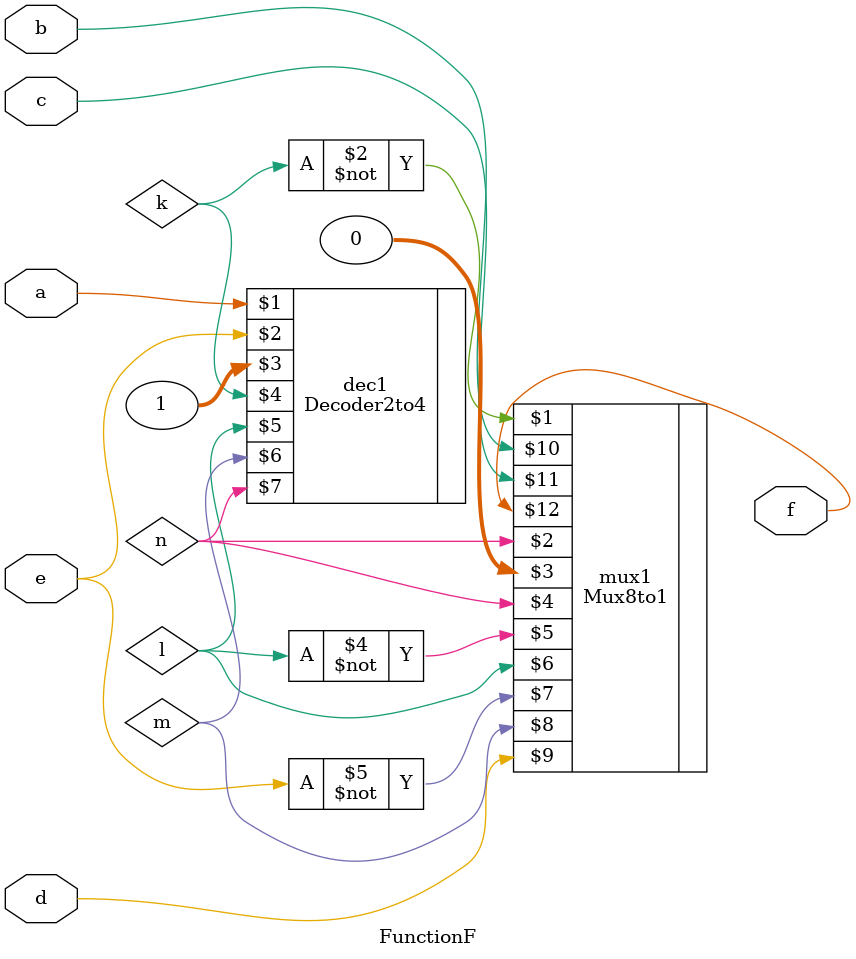
<source format=sv>
`timescale 1ns / 1ps
module FunctionF(
    input a,b,c,d,e,
    output f
    );
wire k,l,m,n;

Decoder2to4 dec1(a,e,1,k,l,m,n);
Mux8to1 mux1((~k),n,0,n,(~l),l,(~e),m,d,b,c,f);

endmodule

</source>
